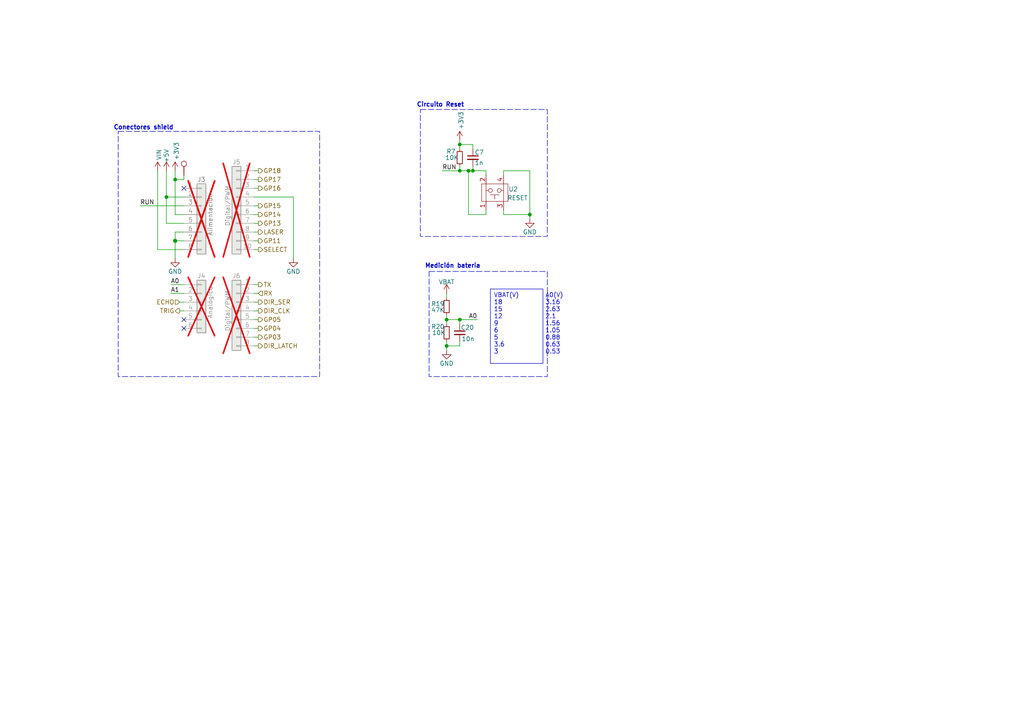
<source format=kicad_sch>
(kicad_sch (version 20231120) (generator "eeschema") (generator_version "8.0")
  (paper "A4")
  (title_block (title "Archi Bot") (date "2024-09-27") (rev "1.2") (company "Newsan"))
  (lib_symbols
    (symbol "Connector:TestPoint" (pin_numbers hide) (pin_names (offset 0.762) hide)
      (property "Reference" "TP" (at 0 6.858 0))
      (property "Value" "TestPoint" (at 0 5.08 0))
      (symbol "TestPoint_0_1"
        (circle (center 0 3.302) (radius 0.762))
      )
      (symbol "TestPoint_1_1"
        (pin passive line (at 0 0 90) (length 2.54) (name "1") (number "1"))
      )
    )
    (symbol "Connector_Generic:Conn_01x06" (pin_names (offset 1.016) hide)
      (property "Reference" "J" (at 0 7.62 0))
      (property "Value" "Conn_01x06" (at 0 -10.16 0))
      (symbol "Conn_01x06_1_1"
        (rectangle (start -1.27 -7.493) (end 0 -7.747) (stroke (width 0.1524)))
        (rectangle (start -1.27 -4.953) (end 0 -5.207) (stroke (width 0.1524)))
        (rectangle (start -1.27 -2.413) (end 0 -2.667) (stroke (width 0.1524)))
        (rectangle (start -1.27 0.127) (end 0 -0.127) (stroke (width 0.1524)))
        (rectangle (start -1.27 2.667) (end 0 2.413) (stroke (width 0.1524)))
        (rectangle (start -1.27 5.207) (end 0 4.953) (stroke (width 0.1524)))
        (rectangle (start -1.27 6.35) (end 1.27 -8.89) (stroke (width 0.254)) (fill (type background)))
        (pin passive line (at -5.08 5.08 0) (length 3.81) (name "Pin_1") (number "1"))
        (pin passive line (at -5.08 2.54 0) (length 3.81) (name "Pin_2") (number "2"))
        (pin passive line (at -5.08 0 0) (length 3.81) (name "Pin_3") (number "3"))
        (pin passive line (at -5.08 -2.54 0) (length 3.81) (name "Pin_4") (number "4"))
        (pin passive line (at -5.08 -5.08 0) (length 3.81) (name "Pin_5") (number "5"))
        (pin passive line (at -5.08 -7.62 0) (length 3.81) (name "Pin_6") (number "6"))
      )
    )
    (symbol "Connector_Generic:Conn_01x08" (pin_names (offset 1.016) hide)
      (property "Reference" "J" (at 0 10.16 0))
      (property "Value" "Conn_01x08" (at 0 -12.7 0))
      (symbol "Conn_01x08_1_1"
        (rectangle (start -1.27 -10.033) (end 0 -10.287) (stroke (width 0.1524)))
        (rectangle (start -1.27 -7.493) (end 0 -7.747) (stroke (width 0.1524)))
        (rectangle (start -1.27 -4.953) (end 0 -5.207) (stroke (width 0.1524)))
        (rectangle (start -1.27 -2.413) (end 0 -2.667) (stroke (width 0.1524)))
        (rectangle (start -1.27 0.127) (end 0 -0.127) (stroke (width 0.1524)))
        (rectangle (start -1.27 2.667) (end 0 2.413) (stroke (width 0.1524)))
        (rectangle (start -1.27 5.207) (end 0 4.953) (stroke (width 0.1524)))
        (rectangle (start -1.27 7.747) (end 0 7.493) (stroke (width 0.1524)))
        (rectangle (start -1.27 8.89) (end 1.27 -11.43) (stroke (width 0.254)) (fill (type background)))
        (pin passive line (at -5.08 7.62 0) (length 3.81) (name "Pin_1") (number "1"))
        (pin passive line (at -5.08 5.08 0) (length 3.81) (name "Pin_2") (number "2"))
        (pin passive line (at -5.08 2.54 0) (length 3.81) (name "Pin_3") (number "3"))
        (pin passive line (at -5.08 0 0) (length 3.81) (name "Pin_4") (number "4"))
        (pin passive line (at -5.08 -2.54 0) (length 3.81) (name "Pin_5") (number "5"))
        (pin passive line (at -5.08 -5.08 0) (length 3.81) (name "Pin_6") (number "6"))
        (pin passive line (at -5.08 -7.62 0) (length 3.81) (name "Pin_7") (number "7"))
        (pin passive line (at -5.08 -10.16 0) (length 3.81) (name "Pin_8") (number "8"))
      )
    )
    (symbol "Connector_Generic:Conn_01x10" (pin_names (offset 1.016) hide)
      (property "Reference" "J" (at 0 12.7 0))
      (property "Value" "Conn_01x10" (at 0 -15.24 0))
      (symbol "Conn_01x10_1_1"
        (rectangle (start -1.27 -12.573) (end 0 -12.827) (stroke (width 0.1524)))
        (rectangle (start -1.27 -10.033) (end 0 -10.287) (stroke (width 0.1524)))
        (rectangle (start -1.27 -7.493) (end 0 -7.747) (stroke (width 0.1524)))
        (rectangle (start -1.27 -4.953) (end 0 -5.207) (stroke (width 0.1524)))
        (rectangle (start -1.27 -2.413) (end 0 -2.667) (stroke (width 0.1524)))
        (rectangle (start -1.27 0.127) (end 0 -0.127) (stroke (width 0.1524)))
        (rectangle (start -1.27 2.667) (end 0 2.413) (stroke (width 0.1524)))
        (rectangle (start -1.27 5.207) (end 0 4.953) (stroke (width 0.1524)))
        (rectangle (start -1.27 7.747) (end 0 7.493) (stroke (width 0.1524)))
        (rectangle (start -1.27 10.287) (end 0 10.033) (stroke (width 0.1524)))
        (rectangle (start -1.27 11.43) (end 1.27 -13.97) (stroke (width 0.254)) (fill (type background)))
        (pin passive line (at -5.08 10.16 0) (length 3.81) (name "Pin_1") (number "1"))
        (pin passive line (at -5.08 -12.7 0) (length 3.81) (name "Pin_10") (number "10"))
        (pin passive line (at -5.08 7.62 0) (length 3.81) (name "Pin_2") (number "2"))
        (pin passive line (at -5.08 5.08 0) (length 3.81) (name "Pin_3") (number "3"))
        (pin passive line (at -5.08 2.54 0) (length 3.81) (name "Pin_4") (number "4"))
        (pin passive line (at -5.08 0 0) (length 3.81) (name "Pin_5") (number "5"))
        (pin passive line (at -5.08 -2.54 0) (length 3.81) (name "Pin_6") (number "6"))
        (pin passive line (at -5.08 -5.08 0) (length 3.81) (name "Pin_7") (number "7"))
        (pin passive line (at -5.08 -7.62 0) (length 3.81) (name "Pin_8") (number "8"))
        (pin passive line (at -5.08 -10.16 0) (length 3.81) (name "Pin_9") (number "9"))
      )
    )
    (symbol "Device:C_Small" (pin_numbers hide) (pin_names (offset 0.254) hide)
      (property "Reference" "C" (at 0.254 1.778 0))
      (property "Value" "C_Small" (at 0.254 -2.032 0))
      (symbol "C_Small_0_1"
        (polyline (pts (xy -1.524 -0.508) (xy 1.524 -0.508)) (stroke (width 0.3302)))
        (polyline (pts (xy -1.524 0.508) (xy 1.524 0.508)) (stroke (width 0.3048)))
      )
      (symbol "C_Small_1_1"
        (pin passive line (at 0 2.54 270) (length 2.032) (name "~") (number "1"))
        (pin passive line (at 0 -2.54 90) (length 2.032) (name "~") (number "2"))
      )
    )
    (symbol "Device:R_Small" (pin_numbers hide) (pin_names (offset 0.254) hide)
      (property "Reference" "R" (at 0.762 0.508 0))
      (property "Value" "R_Small" (at 0.762 -1.016 0))
      (symbol "R_Small_0_1"
        (rectangle (start -0.762 1.778) (end 0.762 -1.778) (stroke (width 0.2032)))
      )
      (symbol "R_Small_1_1"
        (pin passive line (at 0 2.54 270) (length 0.762) (name "~") (number "1"))
        (pin passive line (at 0 -2.54 90) (length 0.762) (name "~") (number "2"))
      )
    )
    (symbol "Newsanlib:PTS645SM43SMTR92LFS" (pin_names (offset 0.254))
      (property "Reference" "U" (at 5.08 5.08 0))
      (property "Value" "PTS645SM43SMTR92LFS" (at 5.334 3.048 0))
      (symbol "PTS645SM43SMTR92LFS_0_1"
        (polyline (pts (xy 2.54 -6.35) (xy 7.62 -6.35)) (stroke (width 0.127)))
        (polyline (pts (xy 2.54 -5.08) (xy 7.62 -5.08)) (stroke (width 0.127)))
        (polyline (pts (xy 2.54 0) (xy 7.62 0)) (stroke (width 0.127)))
        (polyline (pts (xy 2.54 1.27) (xy 2.54 -6.35)) (stroke (width 0.127)))
        (polyline (pts (xy 3.175 -2.54) (xy 4.445 -2.54)) (stroke (width 0.127)))
        (polyline (pts (xy 4.445 -3.81) (xy 4.445 -1.27)) (stroke (width 0.127)))
        (polyline (pts (xy 5.715 -5.08) (xy 5.715 -4.445)) (stroke (width 0.127)))
        (polyline (pts (xy 5.715 0) (xy 5.715 -0.635)) (stroke (width 0.127)))
        (polyline (pts (xy 7.62 -6.35) (xy 7.62 1.27)) (stroke (width 0.127)))
        (polyline (pts (xy 7.62 1.27) (xy 2.54 1.27)) (stroke (width 0.127)))
        (circle (center 5.715 -3.81) (radius 0.5588) (stroke (width 0.127)))
        (circle (center 5.715 -1.27) (radius 0.5588) (stroke (width 0.127)))
      )
      (symbol "PTS645SM43SMTR92LFS_1_1"
        (pin passive line (at 0 0 0) (length 2.54) (name "") (number "1"))
        (pin passive line (at 10.16 0 180) (length 2.54) (name "") (number "2"))
        (pin passive line (at 0 -5.08 0) (length 2.54) (name "") (number "3"))
        (pin passive line (at 10.16 -5.08 180) (length 2.54) (name "") (number "4"))
      )
    )
    (symbol "power:+3V3" (power) (pin_names (offset 0))
      (property "Value" "+3V3" (at 0 3.556 0))
      (symbol "+3V3_0_1"
        (polyline (pts (xy -0.762 1.27) (xy 0 2.54)))
        (polyline (pts (xy 0 0) (xy 0 2.54)))
        (polyline (pts (xy 0 2.54) (xy 0.762 1.27)))
      )
      (symbol "+3V3_1_1"
        (pin power_in line (at 0 0 90) (length 0) hide (name "+3V3") (number "1"))
      )
    )
    (symbol "power:+5V" (power) (pin_numbers hide) (pin_names (offset 0) hide)
      (property "Value" "+5V" (at 0 3.556 0))
      (symbol "+5V_0_1"
        (polyline (pts (xy -0.762 1.27) (xy 0 2.54)))
        (polyline (pts (xy 0 0) (xy 0 2.54)))
        (polyline (pts (xy 0 2.54) (xy 0.762 1.27)))
      )
      (symbol "+5V_1_1"
        (pin power_in line (at 0 0 90) (length 0) (name "~") (number "1"))
      )
    )
    (symbol "power:GND" (power) (pin_names (offset 0))
      (property "Value" "GND" (at 0 -3.81 0))
      (symbol "GND_0_1"
        (polyline (pts (xy 0 0) (xy 0 -1.27) (xy 1.27 -1.27) (xy 0 -2.54) (xy -1.27 -1.27) (xy 0 -1.27)))
      )
      (symbol "GND_1_1"
        (pin power_in line (at 0 0 270) (length 0) hide (name "GND") (number "1"))
      )
    )
    (symbol "power:VBUS" (power) (pin_numbers hide) (pin_names (offset 0) hide)
      (property "Value" "VBUS" (at 0 3.556 0))
      (symbol "VBUS_0_1"
        (polyline (pts (xy -0.762 1.27) (xy 0 2.54)))
        (polyline (pts (xy 0 0) (xy 0 2.54)))
        (polyline (pts (xy 0 2.54) (xy 0.762 1.27)))
      )
      (symbol "VBUS_1_1"
        (pin power_in line (at 0 0 90) (length 0) (name "~") (number "1"))
      )
    )
    (symbol "power:VCC" (power) (pin_names (offset 0))
      (property "Value" "VCC" (at 0 3.81 0))
      (symbol "VCC_0_1"
        (polyline (pts (xy -0.762 1.27) (xy 0 2.54)))
        (polyline (pts (xy 0 0) (xy 0 2.54)))
        (polyline (pts (xy 0 2.54) (xy 0.762 1.27)))
      )
      (symbol "VCC_1_1"
        (pin power_in line (at 0 0 90) (length 0) hide (name "VCC") (number "1"))
      )
    )
  )
  (junction (at 133.35 41.91))
  (junction (at 135.89 49.53))
  (junction (at 133.35 49.53))
  (junction (at 48.26 57.15))
  (junction (at 129.54 100.33))
  (junction (at 50.8 69.85) (diameter 1.016))
  (junction (at 50.8 52.07))
  (junction (at 137.16 49.53))
  (junction (at 153.67 62.23))
  (junction (at 129.54 92.71))
  (junction (at 133.35 92.71))
  (no_connect (at 53.34 54.61))
  (no_connect (at 53.34 92.71))
  (no_connect (at 53.34 95.25))
  (wire (pts (xy 153.67 49.53) (xy 153.67 62.23)))
  (wire (pts (xy 73.66 57.15) (xy 85.09 57.15)))
  (wire (pts (xy 49.53 82.55) (xy 53.34 82.55)))
  (wire (pts (xy 135.89 62.23) (xy 140.97 62.23)))
  (wire (pts (xy 133.35 99.06) (xy 133.35 100.33)))
  (wire (pts (xy 50.8 52.07) (xy 50.8 62.23)))
  (wire (pts (xy 146.05 62.23) (xy 146.05 60.96)))
  (wire (pts (xy 73.66 62.23) (xy 74.93 62.23)))
  (wire (pts (xy 45.72 72.39) (xy 45.72 49.53)))
  (wire (pts (xy 137.16 43.18) (xy 137.16 41.91)))
  (wire (pts (xy 153.67 62.23) (xy 153.67 63.5)))
  (wire (pts (xy 50.8 67.31) (xy 50.8 69.85)))
  (wire (pts (xy 146.05 62.23) (xy 153.67 62.23)))
  (wire (pts (xy 128.27 49.53) (xy 133.35 49.53)))
  (wire (pts (xy 153.67 49.53) (xy 146.05 49.53)))
  (wire (pts (xy 53.34 72.39) (xy 45.72 72.39)))
  (wire (pts (xy 50.8 49.53) (xy 50.8 52.07)))
  (wire (pts (xy 73.66 97.79) (xy 74.93 97.79)))
  (wire (pts (xy 133.35 48.26) (xy 133.35 49.53)))
  (wire (pts (xy 140.97 62.23) (xy 140.97 60.96)))
  (wire (pts (xy 129.54 92.71) (xy 133.35 92.71)))
  (wire (pts (xy 73.66 54.61) (xy 74.93 54.61)))
  (wire (pts (xy 129.54 85.09) (xy 129.54 86.36)))
  (wire (pts (xy 133.35 100.33) (xy 129.54 100.33)))
  (wire (pts (xy 133.35 41.91) (xy 133.35 43.18)))
  (wire (pts (xy 73.66 100.33) (xy 74.93 100.33)))
  (wire (pts (xy 73.66 64.77) (xy 74.93 64.77)))
  (wire (pts (xy 73.66 69.85) (xy 74.93 69.85)))
  (wire (pts (xy 48.26 57.15) (xy 48.26 49.53)))
  (wire (pts (xy 73.66 87.63) (xy 74.93 87.63)))
  (wire (pts (xy 133.35 92.71) (xy 133.35 93.98)))
  (wire (pts (xy 53.34 64.77) (xy 48.26 64.77)))
  (wire (pts (xy 146.05 49.53) (xy 146.05 50.8)))
  (wire (pts (xy 135.89 62.23) (xy 135.89 49.53)))
  (wire (pts (xy 137.16 49.53) (xy 137.16 48.26)))
  (wire (pts (xy 73.66 72.39) (xy 74.93 72.39)))
  (wire (pts (xy 48.26 64.77) (xy 48.26 57.15)))
  (wire (pts (xy 49.53 85.09) (xy 53.34 85.09)))
  (wire (pts (xy 50.8 69.85) (xy 50.8 74.93)))
  (wire (pts (xy 73.66 52.07) (xy 74.93 52.07)))
  (wire (pts (xy 53.34 69.85) (xy 50.8 69.85)))
  (wire (pts (xy 137.16 49.53) (xy 140.97 49.53)))
  (wire (pts (xy 40.64 59.69) (xy 53.34 59.69)))
  (wire (pts (xy 133.35 92.71) (xy 138.43 92.71)))
  (wire (pts (xy 53.34 50.8) (xy 53.34 52.07)))
  (wire (pts (xy 52.07 90.17) (xy 53.34 90.17)))
  (wire (pts (xy 133.35 40.64) (xy 133.35 41.91)))
  (wire (pts (xy 73.66 90.17) (xy 74.93 90.17)))
  (wire (pts (xy 53.34 52.07) (xy 50.8 52.07)))
  (wire (pts (xy 48.26 57.15) (xy 53.34 57.15)))
  (wire (pts (xy 73.66 95.25) (xy 74.93 95.25)))
  (wire (pts (xy 73.66 82.55) (xy 74.93 82.55)))
  (wire (pts (xy 140.97 49.53) (xy 140.97 50.8)))
  (wire (pts (xy 129.54 92.71) (xy 129.54 93.98)))
  (wire (pts (xy 53.34 67.31) (xy 50.8 67.31)))
  (wire (pts (xy 137.16 41.91) (xy 133.35 41.91)))
  (wire (pts (xy 135.89 49.53) (xy 137.16 49.53)))
  (wire (pts (xy 73.66 59.69) (xy 74.93 59.69)))
  (wire (pts (xy 73.66 67.31) (xy 74.93 67.31)))
  (wire (pts (xy 52.07 87.63) (xy 53.34 87.63)))
  (wire (pts (xy 73.66 85.09) (xy 74.93 85.09)))
  (wire (pts (xy 73.66 49.53) (xy 74.93 49.53)))
  (wire (pts (xy 129.54 99.06) (xy 129.54 100.33)))
  (wire (pts (xy 129.54 91.44) (xy 129.54 92.71)))
  (wire (pts (xy 73.66 92.71) (xy 74.93 92.71)))
  (wire (pts (xy 129.54 100.33) (xy 129.54 101.6)))
  (wire (pts (xy 85.09 57.15) (xy 85.09 74.93)))
  (wire (pts (xy 50.8 62.23) (xy 53.34 62.23)))
  (wire (pts (xy 133.35 49.53) (xy 135.89 49.53)))
  (rectangle (start 121.92 31.75) (end 158.75 68.58) (stroke (width 0) (type dash)))
  (rectangle (start 124.46 78.74) (end 158.75 109.22) (stroke (width 0) (type dash)))
  (rectangle (start 34.29 38.1) (end 92.71 109.22) (stroke (width 0) (type dash)))
  (text_box "VBAT(V)		A0(V)\n18			3.16\n15			2.63\n12			2.1\n9			1.56\n6			1.05\n5			0.88\n3.6			0.63\n3			0.53" (at 142.24 83.82 0) (size 15.24 21.59) (effects (font (size 1.27 1.27)) (justify left top)))
  (text "Conectores shield" (at 41.656 37.084 0) (effects (font (size 1.27 1.27) (thickness 0.254) (bold yes))))
  (text "Circuito Reset" (at 127.762 30.48 0) (effects (font (size 1.27 1.27) (bold yes))))
  (text "Medición batería" (at 131.318 77.216 0) (effects (font (size 1.27 1.27) (bold yes))))
  (label "A0" (at 49.53 82.55 0))
  (label "RUN" (at 40.64 59.69 0))
  (label "RUN" (at 128.27 49.53 0))
  (label "A0" (at 138.43 92.71 180))
  (label "A1" (at 49.53 85.09 0))
  (hierarchical_label "LASER" (shape output) (at 74.93 67.31 0))
  (hierarchical_label "SELECT" (shape output) (at 74.93 72.39 0))
  (hierarchical_label "GP05" (shape output) (at 74.93 92.71 0))
  (hierarchical_label "GP03" (shape output) (at 74.93 97.79 0))
  (hierarchical_label "GP15" (shape output) (at 74.93 59.69 0))
  (hierarchical_label "TRIG" (shape output) (at 52.07 90.17 180))
  (hierarchical_label "RX" (shape input) (at 74.93 85.09 0))
  (hierarchical_label "DIR_SER" (shape output) (at 74.93 87.63 0))
  (hierarchical_label "GP14" (shape output) (at 74.93 62.23 0))
  (hierarchical_label "GP13" (shape output) (at 74.93 64.77 0))
  (hierarchical_label "GP16" (shape output) (at 74.93 54.61 0))
  (hierarchical_label "GP11" (shape output) (at 74.93 69.85 0))
  (hierarchical_label "TX" (shape output) (at 74.93 82.55 0))
  (hierarchical_label "DIR_CLK" (shape output) (at 74.93 90.17 0))
  (hierarchical_label "GP18" (shape output) (at 74.93 49.53 0))
  (hierarchical_label "ECHO" (shape input) (at 52.07 87.63 180))
  (hierarchical_label "GP17" (shape output) (at 74.93 52.07 0))
  (hierarchical_label "DIR_LATCH" (shape output) (at 74.93 100.33 0))
  (hierarchical_label "GP04" (shape output) (at 74.93 95.25 0))
  (symbol (lib_id "power:+3V3") (at 133.35 40.64 0) (unit 1)
    (property "Reference" "#PWR018" (effects (hide yes)))
    (property "Value" "+3V3" (at 133.731 37.592 90) (effects (justify left)))
  )
  (symbol (lib_id "Device:C_Small") (at 137.16 45.72 0) (unit 1)
    (property "Reference" "C7" (at 137.668 44.196 0) (effects (justify left)))
    (property "Value" "1n" (at 137.668 47.244 0) (effects (justify left)))
    (property "Footprint" "Capacitor_SMD:C_0603_1608Metric_Pad1.08x0.95mm_HandSolder" (effects (hide yes)))
    (property "Datasheet" "https://search.murata.co.jp/Ceramy/image/img/A01X/G101/ENG/GRM1885C1H102JA01-01.pdf" (effects (hide yes)))
    (property "Description" "Unpolarized capacitor, small symbol" (effects (hide yes)))
    (property "PartNumber" "GRM1885C1H102JA01D" (effects (hide yes)))
    (property "PurchaseLink" "https://www.digikey.com/en/products/detail/murata-electronics/GRM1885C1H102JA01D/586943" (effects (hide yes)))
  )
  (symbol (lib_id "power:+3V3") (at 50.8 49.53 0) (unit 1)
    (property "Reference" "#PWR015" (effects (hide yes)))
    (property "Value" "+3V3" (at 51.181 46.482 90) (effects (justify left)))
  )
  (symbol (lib_id "power:GND") (at 85.09 74.93 0) (unit 1)
    (property "Reference" "#PWR017" (effects (hide yes)))
    (property "Value" "GND" (at 85.09 78.74 0))
  )
  (symbol (lib_id "power:VCC") (at 45.72 49.53 0) (unit 1)
    (property "Reference" "#PWR013" (effects (hide yes)))
    (property "Value" "VIN" (at 46.101 46.482 90) (effects (justify left)))
  )
  (symbol (lib_id "Device:R_Small") (at 129.54 88.9 180) (unit 1)
    (property "Reference" "R19" (at 127 88.138 0))
    (property "Value" "47K" (at 127 89.916 0))
    (property "Footprint" "Resistor_SMD:R_0603_1608Metric_Pad0.98x0.95mm_HandSolder" (effects (hide yes)))
    (property "Datasheet" "https://www.yageo.com/upload/media/product/products/datasheet/rchip/PYu-RC_Group_51_RoHS_L_12.pdf" (effects (hide yes)))
    (property "Description" "Resistor, small symbol" (effects (hide yes)))
    (property "PartNumber" "RC0603FR-0747KL" (effects (hide yes)))
    (property "PurchaseLink" "https://www.digikey.com/en/products/detail/yageo/RC0603FR-0747KL/727253" (effects (hide yes)))
  )
  (symbol (lib_id "Connector_Generic:Conn_01x08") (at 58.42 62.23 0) (unit 1) (dnp yes)
    (property "Reference" "J3" (at 58.42 52.07 0))
    (property "Value" "Alimentación" (at 60.96 62.23 90))
    (property "Footprint" "Connector_PinHeader_2.54mm:PinHeader_1x08_P2.54mm_Vertical" (effects (hide yes)))
  )
  (symbol (lib_id "Connector_Generic:Conn_01x10") (at 68.58 59.69 0) (mirror y) (unit 1) (dnp yes)
    (property "Reference" "J5" (at 68.58 46.99 0))
    (property "Value" "Digital/PWM" (at 66.04 59.69 90))
    (property "Footprint" "Connector_PinHeader_2.54mm:PinHeader_1x10_P2.54mm_Vertical" (effects (hide yes)))
  )
  (symbol (lib_id "Connector:TestPoint") (at 53.34 50.8 0) (unit 1)
    (property "Reference" "TP29" (effects (hide yes)))
    (property "Value" "TestPoint" (effects (hide yes)))
    (property "Footprint" "TestPoint:TestPoint_Pad_D1.0mm" (effects (hide yes)))
    (property "Description" "test point" (effects (hide yes)))
  )
  (symbol (lib_id "power:GND") (at 153.67 63.5 0) (unit 1)
    (property "Reference" "#PWR019" (effects (hide yes)))
    (property "Value" "GND" (at 153.67 67.31 0))
  )
  (symbol (lib_id "power:VBUS") (at 129.54 85.09 0) (unit 1)
    (property "Reference" "#PWR065" (effects (hide yes)))
    (property "Value" "VBAT" (at 129.54 81.788 0))
    (property "Description" "Power symbol creates a global label with name \"VBUS\"" (effects (hide yes)))
  )
  (symbol (lib_id "power:GND") (at 129.54 101.6 0) (unit 1)
    (property "Reference" "#PWR059" (effects (hide yes)))
    (property "Value" "GND" (at 129.54 105.41 0))
  )
  (symbol (lib_id "power:+5V") (at 48.26 49.53 0) (unit 1)
    (property "Reference" "#PWR028" (effects (hide yes)))
    (property "Value" "+5V" (at 48.26 45.212 90))
    (property "Description" "Power symbol creates a global label with name \"+5V\"" (effects (hide yes)))
  )
  (symbol (lib_id "Newsanlib:PTS645SM43SMTR92LFS") (at 140.97 60.96 90) (unit 1)
    (property "Reference" "U2" (at 148.844 54.864 90))
    (property "Value" "RESET" (at 150.114 57.404 90))
    (property "Footprint" "Newsanlib:SWITCH_43SMTR92LFS" (effects (hide yes)))
    (property "Datasheet" "https://www.ckswitches.com/media/1471/pts645.pdf" (effects (hide yes)))
    (property "Description" "PTS645SM43SMTR92LFS" (effects (hide yes)))
    (property "PartNumber" "PTS645SM43SMTR92LFS" (effects (hide yes)))
    (property "PurchaseLink" "https://www.digikey.com/short/0bzh950w" (effects (hide yes)))
  )
  (symbol (lib_id "power:GND") (at 50.8 74.93 0) (unit 1)
    (property "Reference" "#PWR016" (effects (hide yes)))
    (property "Value" "GND" (at 50.8 78.74 0))
  )
  (symbol (lib_id "Connector_Generic:Conn_01x06") (at 58.42 87.63 0) (unit 1) (dnp yes)
    (property "Reference" "J4" (at 58.42 80.01 0))
    (property "Value" "Analógico" (at 60.96 87.63 90))
    (property "Footprint" "Connector_PinHeader_2.54mm:PinHeader_1x06_P2.54mm_Vertical" (effects (hide yes)))
  )
  (symbol (lib_id "Device:R_Small") (at 133.35 45.72 180) (unit 1)
    (property "Reference" "R7" (at 130.81 43.942 0))
    (property "Value" "10K" (at 131.064 45.72 0))
    (property "Footprint" "Resistor_SMD:R_0603_1608Metric_Pad0.98x0.95mm_HandSolder" (effects (hide yes)))
    (property "Datasheet" "https://www.yageo.com/upload/media/product/products/datasheet/rchip/PYu-RC_Group_51_RoHS_L_12.pdf" (effects (hide yes)))
    (property "Description" "Resistor, small symbol" (effects (hide yes)))
    (property "PartNumber" "RC0603FR-0710KL" (effects (hide yes)))
    (property "PurchaseLink" "https://www.digikey.com/en/products/detail/yageo/RC0603FR-0710KL/726880" (effects (hide yes)))
  )
  (symbol (lib_id "Device:C_Small") (at 133.35 96.52 0) (unit 1)
    (property "Reference" "C20" (at 133.604 94.996 0) (effects (justify left)))
    (property "Value" "10n" (at 133.858 98.298 0) (effects (justify left)))
    (property "Footprint" "Capacitor_SMD:C_0603_1608Metric_Pad1.08x0.95mm_HandSolder" (effects (hide yes)))
    (property "Datasheet" "https://search.murata.co.jp/Ceramy/image/img/A01X/G101/ENG/GCM188R72A103KA37-01.pdf" (effects (hide yes)))
    (property "Description" "Unpolarized capacitor, small symbol" (effects (hide yes)))
    (property "PartNumber" "GCM188R72A103KA37D" (effects (hide yes)))
    (property "PurchaseLink" "https://www.digikey.com/en/products/detail/murata-electronics/GCM188R72A103KA37D/1641655" (effects (hide yes)))
  )
  (symbol (lib_id "Connector_Generic:Conn_01x08") (at 68.58 90.17 0) (mirror y) (unit 1) (dnp yes)
    (property "Reference" "J6" (at 68.58 80.01 0))
    (property "Value" "Digital/PWM" (at 66.04 90.17 90))
    (property "Footprint" "Connector_PinHeader_2.54mm:PinHeader_1x08_P2.54mm_Vertical" (effects (hide yes)))
  )
  (symbol (lib_id "Device:R_Small") (at 129.54 96.52 180) (unit 1)
    (property "Reference" "R20" (at 127 94.742 0))
    (property "Value" "10K" (at 127.254 96.52 0))
    (property "Footprint" "Resistor_SMD:R_0603_1608Metric_Pad0.98x0.95mm_HandSolder" (effects (hide yes)))
    (property "Datasheet" "https://www.yageo.com/upload/media/product/products/datasheet/rchip/PYu-RC_Group_51_RoHS_L_12.pdf" (effects (hide yes)))
    (property "Description" "Resistor, small symbol" (effects (hide yes)))
    (property "PartNumber" "RC0603FR-0710KL" (effects (hide yes)))
    (property "PurchaseLink" "https://www.digikey.com/en/products/detail/yageo/RC0603FR-0710KL/726880" (effects (hide yes)))
  )
)
</source>
